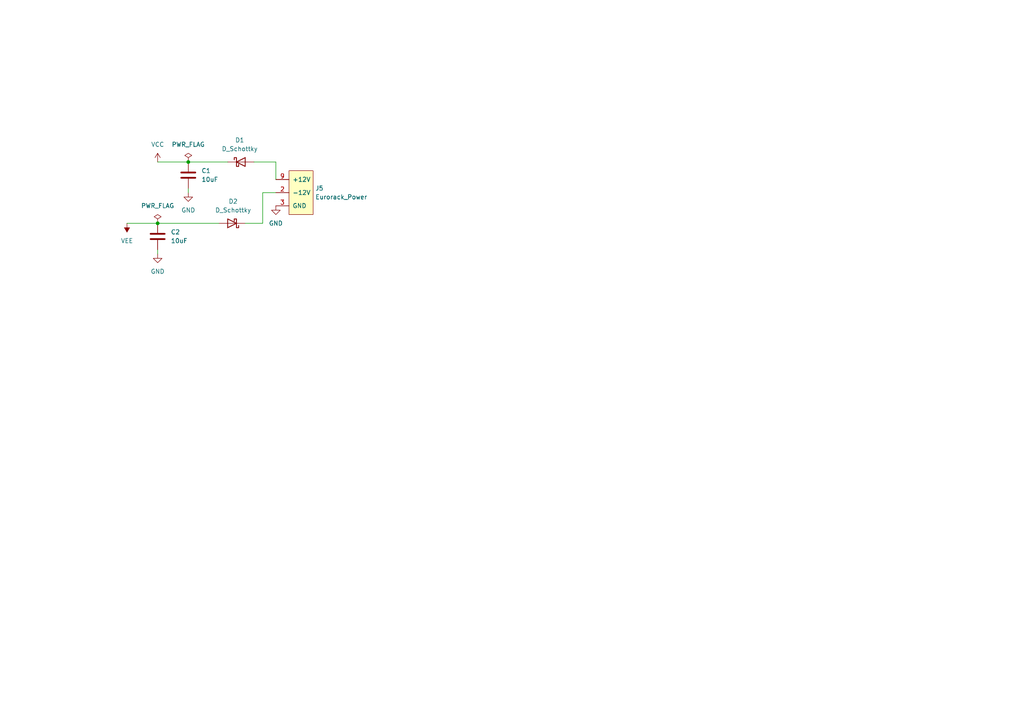
<source format=kicad_sch>
(kicad_sch (version 20230121) (generator eeschema)

  (uuid 22fa1edc-ca1b-49c1-b8e0-bb92bce1c434)

  (paper "A4")

  (lib_symbols
    (symbol "Device:C" (pin_numbers hide) (pin_names (offset 0.254)) (in_bom yes) (on_board yes)
      (property "Reference" "C" (at 0.635 2.54 0)
        (effects (font (size 1.27 1.27)) (justify left))
      )
      (property "Value" "C" (at 0.635 -2.54 0)
        (effects (font (size 1.27 1.27)) (justify left))
      )
      (property "Footprint" "" (at 0.9652 -3.81 0)
        (effects (font (size 1.27 1.27)) hide)
      )
      (property "Datasheet" "~" (at 0 0 0)
        (effects (font (size 1.27 1.27)) hide)
      )
      (property "ki_keywords" "cap capacitor" (at 0 0 0)
        (effects (font (size 1.27 1.27)) hide)
      )
      (property "ki_description" "Unpolarized capacitor" (at 0 0 0)
        (effects (font (size 1.27 1.27)) hide)
      )
      (property "ki_fp_filters" "C_*" (at 0 0 0)
        (effects (font (size 1.27 1.27)) hide)
      )
      (symbol "C_0_1"
        (polyline
          (pts
            (xy -2.032 -0.762)
            (xy 2.032 -0.762)
          )
          (stroke (width 0.508) (type default))
          (fill (type none))
        )
        (polyline
          (pts
            (xy -2.032 0.762)
            (xy 2.032 0.762)
          )
          (stroke (width 0.508) (type default))
          (fill (type none))
        )
      )
      (symbol "C_1_1"
        (pin passive line (at 0 3.81 270) (length 2.794)
          (name "~" (effects (font (size 1.27 1.27))))
          (number "1" (effects (font (size 1.27 1.27))))
        )
        (pin passive line (at 0 -3.81 90) (length 2.794)
          (name "~" (effects (font (size 1.27 1.27))))
          (number "2" (effects (font (size 1.27 1.27))))
        )
      )
    )
    (symbol "Device:D_Schottky" (pin_numbers hide) (pin_names (offset 1.016) hide) (in_bom yes) (on_board yes)
      (property "Reference" "D" (at 0 2.54 0)
        (effects (font (size 1.27 1.27)))
      )
      (property "Value" "D_Schottky" (at 0 -2.54 0)
        (effects (font (size 1.27 1.27)))
      )
      (property "Footprint" "" (at 0 0 0)
        (effects (font (size 1.27 1.27)) hide)
      )
      (property "Datasheet" "~" (at 0 0 0)
        (effects (font (size 1.27 1.27)) hide)
      )
      (property "ki_keywords" "diode Schottky" (at 0 0 0)
        (effects (font (size 1.27 1.27)) hide)
      )
      (property "ki_description" "Schottky diode" (at 0 0 0)
        (effects (font (size 1.27 1.27)) hide)
      )
      (property "ki_fp_filters" "TO-???* *_Diode_* *SingleDiode* D_*" (at 0 0 0)
        (effects (font (size 1.27 1.27)) hide)
      )
      (symbol "D_Schottky_0_1"
        (polyline
          (pts
            (xy 1.27 0)
            (xy -1.27 0)
          )
          (stroke (width 0) (type default))
          (fill (type none))
        )
        (polyline
          (pts
            (xy 1.27 1.27)
            (xy 1.27 -1.27)
            (xy -1.27 0)
            (xy 1.27 1.27)
          )
          (stroke (width 0.254) (type default))
          (fill (type none))
        )
        (polyline
          (pts
            (xy -1.905 0.635)
            (xy -1.905 1.27)
            (xy -1.27 1.27)
            (xy -1.27 -1.27)
            (xy -0.635 -1.27)
            (xy -0.635 -0.635)
          )
          (stroke (width 0.254) (type default))
          (fill (type none))
        )
      )
      (symbol "D_Schottky_1_1"
        (pin passive line (at -3.81 0 0) (length 2.54)
          (name "K" (effects (font (size 1.27 1.27))))
          (number "1" (effects (font (size 1.27 1.27))))
        )
        (pin passive line (at 3.81 0 180) (length 2.54)
          (name "A" (effects (font (size 1.27 1.27))))
          (number "2" (effects (font (size 1.27 1.27))))
        )
      )
    )
    (symbol "power:GND" (power) (pin_names (offset 0)) (in_bom yes) (on_board yes)
      (property "Reference" "#PWR" (at 0 -6.35 0)
        (effects (font (size 1.27 1.27)) hide)
      )
      (property "Value" "GND" (at 0 -3.81 0)
        (effects (font (size 1.27 1.27)))
      )
      (property "Footprint" "" (at 0 0 0)
        (effects (font (size 1.27 1.27)) hide)
      )
      (property "Datasheet" "" (at 0 0 0)
        (effects (font (size 1.27 1.27)) hide)
      )
      (property "ki_keywords" "global power" (at 0 0 0)
        (effects (font (size 1.27 1.27)) hide)
      )
      (property "ki_description" "Power symbol creates a global label with name \"GND\" , ground" (at 0 0 0)
        (effects (font (size 1.27 1.27)) hide)
      )
      (symbol "GND_0_1"
        (polyline
          (pts
            (xy 0 0)
            (xy 0 -1.27)
            (xy 1.27 -1.27)
            (xy 0 -2.54)
            (xy -1.27 -1.27)
            (xy 0 -1.27)
          )
          (stroke (width 0) (type default))
          (fill (type none))
        )
      )
      (symbol "GND_1_1"
        (pin power_in line (at 0 0 270) (length 0) hide
          (name "GND" (effects (font (size 1.27 1.27))))
          (number "1" (effects (font (size 1.27 1.27))))
        )
      )
    )
    (symbol "power:PWR_FLAG" (power) (pin_numbers hide) (pin_names (offset 0) hide) (in_bom yes) (on_board yes)
      (property "Reference" "#FLG" (at 0 1.905 0)
        (effects (font (size 1.27 1.27)) hide)
      )
      (property "Value" "PWR_FLAG" (at 0 3.81 0)
        (effects (font (size 1.27 1.27)))
      )
      (property "Footprint" "" (at 0 0 0)
        (effects (font (size 1.27 1.27)) hide)
      )
      (property "Datasheet" "~" (at 0 0 0)
        (effects (font (size 1.27 1.27)) hide)
      )
      (property "ki_keywords" "flag power" (at 0 0 0)
        (effects (font (size 1.27 1.27)) hide)
      )
      (property "ki_description" "Special symbol for telling ERC where power comes from" (at 0 0 0)
        (effects (font (size 1.27 1.27)) hide)
      )
      (symbol "PWR_FLAG_0_0"
        (pin power_out line (at 0 0 90) (length 0)
          (name "pwr" (effects (font (size 1.27 1.27))))
          (number "1" (effects (font (size 1.27 1.27))))
        )
      )
      (symbol "PWR_FLAG_0_1"
        (polyline
          (pts
            (xy 0 0)
            (xy 0 1.27)
            (xy -1.016 1.905)
            (xy 0 2.54)
            (xy 1.016 1.905)
            (xy 0 1.27)
          )
          (stroke (width 0) (type default))
          (fill (type none))
        )
      )
    )
    (symbol "power:VCC" (power) (pin_names (offset 0)) (in_bom yes) (on_board yes)
      (property "Reference" "#PWR" (at 0 -3.81 0)
        (effects (font (size 1.27 1.27)) hide)
      )
      (property "Value" "VCC" (at 0 3.81 0)
        (effects (font (size 1.27 1.27)))
      )
      (property "Footprint" "" (at 0 0 0)
        (effects (font (size 1.27 1.27)) hide)
      )
      (property "Datasheet" "" (at 0 0 0)
        (effects (font (size 1.27 1.27)) hide)
      )
      (property "ki_keywords" "global power" (at 0 0 0)
        (effects (font (size 1.27 1.27)) hide)
      )
      (property "ki_description" "Power symbol creates a global label with name \"VCC\"" (at 0 0 0)
        (effects (font (size 1.27 1.27)) hide)
      )
      (symbol "VCC_0_1"
        (polyline
          (pts
            (xy -0.762 1.27)
            (xy 0 2.54)
          )
          (stroke (width 0) (type default))
          (fill (type none))
        )
        (polyline
          (pts
            (xy 0 0)
            (xy 0 2.54)
          )
          (stroke (width 0) (type default))
          (fill (type none))
        )
        (polyline
          (pts
            (xy 0 2.54)
            (xy 0.762 1.27)
          )
          (stroke (width 0) (type default))
          (fill (type none))
        )
      )
      (symbol "VCC_1_1"
        (pin power_in line (at 0 0 90) (length 0) hide
          (name "VCC" (effects (font (size 1.27 1.27))))
          (number "1" (effects (font (size 1.27 1.27))))
        )
      )
    )
    (symbol "power:VEE" (power) (pin_names (offset 0)) (in_bom yes) (on_board yes)
      (property "Reference" "#PWR" (at 0 -3.81 0)
        (effects (font (size 1.27 1.27)) hide)
      )
      (property "Value" "VEE" (at 0 3.81 0)
        (effects (font (size 1.27 1.27)))
      )
      (property "Footprint" "" (at 0 0 0)
        (effects (font (size 1.27 1.27)) hide)
      )
      (property "Datasheet" "" (at 0 0 0)
        (effects (font (size 1.27 1.27)) hide)
      )
      (property "ki_keywords" "global power" (at 0 0 0)
        (effects (font (size 1.27 1.27)) hide)
      )
      (property "ki_description" "Power symbol creates a global label with name \"VEE\"" (at 0 0 0)
        (effects (font (size 1.27 1.27)) hide)
      )
      (symbol "VEE_0_1"
        (polyline
          (pts
            (xy 0 0)
            (xy 0 2.54)
          )
          (stroke (width 0) (type default))
          (fill (type none))
        )
        (polyline
          (pts
            (xy 0.762 1.27)
            (xy -0.762 1.27)
            (xy 0 2.54)
            (xy 0.762 1.27)
          )
          (stroke (width 0) (type default))
          (fill (type outline))
        )
      )
      (symbol "VEE_1_1"
        (pin power_in line (at 0 0 90) (length 0) hide
          (name "VEE" (effects (font (size 1.27 1.27))))
          (number "1" (effects (font (size 1.27 1.27))))
        )
      )
    )
    (symbol "winterbloom:Eurorack_Power" (pin_names (offset 1.016)) (in_bom yes) (on_board yes)
      (property "Reference" "J" (at -0.635 7.62 0)
        (effects (font (size 1.27 1.27)))
      )
      (property "Value" "Eurorack_Power" (at 0 -7.62 0)
        (effects (font (size 1.27 1.27)))
      )
      (property "Footprint" "winterbloom:Eurorack_Power_2x5_Shrouded_Lock" (at 0 11.43 0)
        (effects (font (size 1.27 1.27)) hide)
      )
      (property "Datasheet" "https://static6.arrow.com/aropdfconversion/1507f1621f4e67855dd466ebb3ac550d52564a9d/32302-sxx1.pdf" (at 0.635 -13.335 0)
        (effects (font (size 1.27 1.27)) hide)
      )
      (property "MPN" "302-S101" (at 0 13.97 0)
        (effects (font (size 1.27 1.27)) hide)
      )
      (property "ki_keywords" "eurorack power" (at 0 0 0)
        (effects (font (size 1.27 1.27)) hide)
      )
      (property "ki_description" "Shrouded, keyed, Eurorack power header, 02x05, 2.54mm spacing" (at 0 0 0)
        (effects (font (size 1.27 1.27)) hide)
      )
      (symbol "Eurorack_Power_0_1"
        (rectangle (start -3.175 6.35) (end 3.81 -6.35)
          (stroke (width 0) (type default))
          (fill (type background))
        )
      )
      (symbol "Eurorack_Power_1_1"
        (pin power_out line (at 7.62 0 180) (length 3.81) hide
          (name "-12V" (effects (font (size 1.27 1.27))))
          (number "1" (effects (font (size 1.27 1.27))))
        )
        (pin passive line (at 7.62 3.81 180) (length 3.81) hide
          (name "+12V" (effects (font (size 1.27 1.27))))
          (number "10" (effects (font (size 1.27 1.27))))
        )
        (pin passive line (at 7.62 0 180) (length 3.81)
          (name "-12V" (effects (font (size 1.27 1.27))))
          (number "2" (effects (font (size 1.27 1.27))))
        )
        (pin power_out line (at 7.62 -3.81 180) (length 3.81)
          (name "GND" (effects (font (size 1.27 1.27))))
          (number "3" (effects (font (size 1.27 1.27))))
        )
        (pin passive line (at 7.62 -3.81 180) (length 3.81) hide
          (name "GND" (effects (font (size 1.27 1.27))))
          (number "4" (effects (font (size 1.27 1.27))))
        )
        (pin passive line (at 7.62 -3.81 180) (length 3.81) hide
          (name "GND" (effects (font (size 1.27 1.27))))
          (number "5" (effects (font (size 1.27 1.27))))
        )
        (pin passive line (at 7.62 -3.81 180) (length 3.81) hide
          (name "GND" (effects (font (size 1.27 1.27))))
          (number "6" (effects (font (size 1.27 1.27))))
        )
        (pin passive line (at 7.62 -3.81 180) (length 3.81) hide
          (name "GND" (effects (font (size 1.27 1.27))))
          (number "7" (effects (font (size 1.27 1.27))))
        )
        (pin passive line (at 7.62 -3.81 180) (length 3.81) hide
          (name "GND" (effects (font (size 1.27 1.27))))
          (number "8" (effects (font (size 1.27 1.27))))
        )
        (pin power_out line (at 7.62 3.81 180) (length 3.81)
          (name "+12V" (effects (font (size 1.27 1.27))))
          (number "9" (effects (font (size 1.27 1.27))))
        )
      )
    )
  )

  (junction (at 54.61 46.99) (diameter 0) (color 0 0 0 0)
    (uuid 794f2067-45cc-46a2-a26d-42204158fd94)
  )
  (junction (at 45.72 64.77) (diameter 0) (color 0 0 0 0)
    (uuid ae74105a-ea02-4b1c-8a36-0079070be8f5)
  )

  (wire (pts (xy 76.2 55.88) (xy 80.01 55.88))
    (stroke (width 0) (type default))
    (uuid 11e35c41-008b-43bc-a76d-6f1974d31bff)
  )
  (wire (pts (xy 80.01 46.99) (xy 73.66 46.99))
    (stroke (width 0) (type default))
    (uuid 2a6ee9b2-de0d-4fc4-aa2d-7a227285fae8)
  )
  (wire (pts (xy 80.01 46.99) (xy 80.01 52.07))
    (stroke (width 0) (type default))
    (uuid 41f390ba-79e1-4f3f-98ff-c90394e7d454)
  )
  (wire (pts (xy 45.72 46.99) (xy 54.61 46.99))
    (stroke (width 0) (type default))
    (uuid 480cee18-a7c9-4e50-8d24-39ca40786261)
  )
  (wire (pts (xy 66.04 46.99) (xy 54.61 46.99))
    (stroke (width 0) (type default))
    (uuid 4ebbf9fc-c103-4e7e-b707-72c98d27b59f)
  )
  (wire (pts (xy 71.12 64.77) (xy 76.2 64.77))
    (stroke (width 0) (type default))
    (uuid 5202d127-53f3-498a-b86a-8d0b9d8dbfd5)
  )
  (wire (pts (xy 76.2 64.77) (xy 76.2 55.88))
    (stroke (width 0) (type default))
    (uuid 64dab466-0ae9-487b-8cbf-660094f96d85)
  )
  (wire (pts (xy 54.61 55.88) (xy 54.61 54.61))
    (stroke (width 0) (type default))
    (uuid 70267775-178e-42d0-8e82-df0ce04c4428)
  )
  (wire (pts (xy 45.72 73.66) (xy 45.72 72.39))
    (stroke (width 0) (type default))
    (uuid 83c14c46-d309-41ad-a53b-3ac303ab946e)
  )
  (wire (pts (xy 45.72 64.77) (xy 63.5 64.77))
    (stroke (width 0) (type default))
    (uuid 8540ce9b-c53d-4fb5-8d2a-4c4772cab60d)
  )
  (wire (pts (xy 36.83 64.77) (xy 45.72 64.77))
    (stroke (width 0) (type default))
    (uuid f82b5757-433c-4082-90b9-e73b3c3e4a8a)
  )

  (symbol (lib_id "Device:C") (at 45.72 68.58 0) (unit 1)
    (in_bom yes) (on_board yes) (dnp no) (fields_autoplaced)
    (uuid 18c74d39-fe6c-47d6-9a4a-a3e73e8ea64c)
    (property "Reference" "C2" (at 49.53 67.31 0)
      (effects (font (size 1.27 1.27)) (justify left))
    )
    (property "Value" "10uF" (at 49.53 69.85 0)
      (effects (font (size 1.27 1.27)) (justify left))
    )
    (property "Footprint" "Capacitor_SMD:C_0805_2012Metric_Pad1.18x1.45mm_HandSolder" (at 46.6852 72.39 0)
      (effects (font (size 1.27 1.27)) hide)
    )
    (property "Datasheet" "~" (at 45.72 68.58 0)
      (effects (font (size 1.27 1.27)) hide)
    )
    (pin "1" (uuid ecedc2cd-e0b6-4504-9462-1274e6f20ed9))
    (pin "2" (uuid c0605000-7b8e-44fa-9fe1-5075a4cd4332))
    (instances
      (project "mult"
        (path "/0e98ec4b-b4c7-447c-abd7-a761177a7f67/8c1e2838-0bf6-4b12-a1e6-2b9765075731"
          (reference "C2") (unit 1)
        )
      )
    )
  )

  (symbol (lib_id "power:PWR_FLAG") (at 45.72 64.77 0) (unit 1)
    (in_bom yes) (on_board yes) (dnp no) (fields_autoplaced)
    (uuid 281c9980-8913-4b7b-922a-3ee39479607f)
    (property "Reference" "#FLG02" (at 45.72 62.865 0)
      (effects (font (size 1.27 1.27)) hide)
    )
    (property "Value" "PWR_FLAG" (at 45.72 59.69 0)
      (effects (font (size 1.27 1.27)))
    )
    (property "Footprint" "" (at 45.72 64.77 0)
      (effects (font (size 1.27 1.27)) hide)
    )
    (property "Datasheet" "~" (at 45.72 64.77 0)
      (effects (font (size 1.27 1.27)) hide)
    )
    (pin "1" (uuid 1d0c9fb5-d90e-434c-be51-60ca2b7a678c))
    (instances
      (project "mult"
        (path "/0e98ec4b-b4c7-447c-abd7-a761177a7f67/8c1e2838-0bf6-4b12-a1e6-2b9765075731"
          (reference "#FLG02") (unit 1)
        )
      )
    )
  )

  (symbol (lib_id "Device:D_Schottky") (at 69.85 46.99 0) (unit 1)
    (in_bom yes) (on_board yes) (dnp no) (fields_autoplaced)
    (uuid 2e48e996-5e6f-4964-8174-b61e651d1d71)
    (property "Reference" "D1" (at 69.5325 40.64 0)
      (effects (font (size 1.27 1.27)))
    )
    (property "Value" "D_Schottky" (at 69.5325 43.18 0)
      (effects (font (size 1.27 1.27)))
    )
    (property "Footprint" "Diode_SMD:D_SOD-123" (at 69.85 46.99 0)
      (effects (font (size 1.27 1.27)) hide)
    )
    (property "Datasheet" "~" (at 69.85 46.99 0)
      (effects (font (size 1.27 1.27)) hide)
    )
    (pin "1" (uuid e3d2db54-dfd4-442a-b59f-ba3cecb67d43))
    (pin "2" (uuid 28e9933a-f31a-4cd7-b27a-5dd45b8d5c75))
    (instances
      (project "mult"
        (path "/0e98ec4b-b4c7-447c-abd7-a761177a7f67/8c1e2838-0bf6-4b12-a1e6-2b9765075731"
          (reference "D1") (unit 1)
        )
      )
    )
  )

  (symbol (lib_id "power:VCC") (at 45.72 46.99 0) (unit 1)
    (in_bom yes) (on_board yes) (dnp no) (fields_autoplaced)
    (uuid 3ad1783e-ad69-4bde-94ea-51cffffec30f)
    (property "Reference" "#PWR056" (at 45.72 50.8 0)
      (effects (font (size 1.27 1.27)) hide)
    )
    (property "Value" "VCC" (at 45.72 41.91 0)
      (effects (font (size 1.27 1.27)))
    )
    (property "Footprint" "" (at 45.72 46.99 0)
      (effects (font (size 1.27 1.27)) hide)
    )
    (property "Datasheet" "" (at 45.72 46.99 0)
      (effects (font (size 1.27 1.27)) hide)
    )
    (pin "1" (uuid 7e4ae911-6abf-4a15-9af7-de8fac6c52bd))
    (instances
      (project "mult"
        (path "/0e98ec4b-b4c7-447c-abd7-a761177a7f67"
          (reference "#PWR056") (unit 1)
        )
        (path "/0e98ec4b-b4c7-447c-abd7-a761177a7f67/8c1e2838-0bf6-4b12-a1e6-2b9765075731"
          (reference "#PWR010") (unit 1)
        )
      )
    )
  )

  (symbol (lib_id "Device:C") (at 54.61 50.8 0) (unit 1)
    (in_bom yes) (on_board yes) (dnp no) (fields_autoplaced)
    (uuid 49b16017-34ee-4a7d-85a1-a6bc26816649)
    (property "Reference" "C1" (at 58.42 49.53 0)
      (effects (font (size 1.27 1.27)) (justify left))
    )
    (property "Value" "10uF" (at 58.42 52.07 0)
      (effects (font (size 1.27 1.27)) (justify left))
    )
    (property "Footprint" "Capacitor_SMD:C_0805_2012Metric_Pad1.18x1.45mm_HandSolder" (at 55.5752 54.61 0)
      (effects (font (size 1.27 1.27)) hide)
    )
    (property "Datasheet" "~" (at 54.61 50.8 0)
      (effects (font (size 1.27 1.27)) hide)
    )
    (pin "1" (uuid c19d920c-6d48-4123-a031-8ee668b3fb49))
    (pin "2" (uuid 405c73f1-a07c-469e-83a3-84e45b2686c0))
    (instances
      (project "mult"
        (path "/0e98ec4b-b4c7-447c-abd7-a761177a7f67/8c1e2838-0bf6-4b12-a1e6-2b9765075731"
          (reference "C1") (unit 1)
        )
      )
    )
  )

  (symbol (lib_id "power:VEE") (at 36.83 64.77 180) (unit 1)
    (in_bom yes) (on_board yes) (dnp no) (fields_autoplaced)
    (uuid 53e86474-6931-4889-90f2-7ac89a04724e)
    (property "Reference" "#PWR055" (at 36.83 60.96 0)
      (effects (font (size 1.27 1.27)) hide)
    )
    (property "Value" "VEE" (at 36.83 69.85 0)
      (effects (font (size 1.27 1.27)))
    )
    (property "Footprint" "" (at 36.83 64.77 0)
      (effects (font (size 1.27 1.27)) hide)
    )
    (property "Datasheet" "" (at 36.83 64.77 0)
      (effects (font (size 1.27 1.27)) hide)
    )
    (pin "1" (uuid 13e1dba5-6bfa-4241-8ab5-5e51621fae31))
    (instances
      (project "mult"
        (path "/0e98ec4b-b4c7-447c-abd7-a761177a7f67"
          (reference "#PWR055") (unit 1)
        )
        (path "/0e98ec4b-b4c7-447c-abd7-a761177a7f67/8c1e2838-0bf6-4b12-a1e6-2b9765075731"
          (reference "#PWR055") (unit 1)
        )
      )
    )
  )

  (symbol (lib_id "Device:D_Schottky") (at 67.31 64.77 180) (unit 1)
    (in_bom yes) (on_board yes) (dnp no) (fields_autoplaced)
    (uuid 8bb7d42d-9566-4644-ab0c-b551c965490d)
    (property "Reference" "D2" (at 67.6275 58.42 0)
      (effects (font (size 1.27 1.27)))
    )
    (property "Value" "D_Schottky" (at 67.6275 60.96 0)
      (effects (font (size 1.27 1.27)))
    )
    (property "Footprint" "Diode_SMD:D_SOD-123" (at 67.31 64.77 0)
      (effects (font (size 1.27 1.27)) hide)
    )
    (property "Datasheet" "~" (at 67.31 64.77 0)
      (effects (font (size 1.27 1.27)) hide)
    )
    (pin "1" (uuid 7b139845-953a-4fd5-add0-6345243d2286))
    (pin "2" (uuid fd97c40a-ba68-40b5-a42d-b0cb3e8d0f85))
    (instances
      (project "mult"
        (path "/0e98ec4b-b4c7-447c-abd7-a761177a7f67/8c1e2838-0bf6-4b12-a1e6-2b9765075731"
          (reference "D2") (unit 1)
        )
      )
    )
  )

  (symbol (lib_id "power:GND") (at 80.01 59.69 0) (unit 1)
    (in_bom yes) (on_board yes) (dnp no) (fields_autoplaced)
    (uuid 938a5b1f-3c5c-4169-8947-955915c89634)
    (property "Reference" "#PWR010" (at 80.01 66.04 0)
      (effects (font (size 1.27 1.27)) hide)
    )
    (property "Value" "GND" (at 80.01 64.77 0)
      (effects (font (size 1.27 1.27)))
    )
    (property "Footprint" "" (at 80.01 59.69 0)
      (effects (font (size 1.27 1.27)) hide)
    )
    (property "Datasheet" "" (at 80.01 59.69 0)
      (effects (font (size 1.27 1.27)) hide)
    )
    (pin "1" (uuid 02ce6416-15ef-4823-8a43-a03e2097f390))
    (instances
      (project "mult"
        (path "/0e98ec4b-b4c7-447c-abd7-a761177a7f67"
          (reference "#PWR010") (unit 1)
        )
        (path "/0e98ec4b-b4c7-447c-abd7-a761177a7f67/8c1e2838-0bf6-4b12-a1e6-2b9765075731"
          (reference "#PWR056") (unit 1)
        )
      )
    )
  )

  (symbol (lib_id "winterbloom:Eurorack_Power") (at 87.63 55.88 0) (mirror y) (unit 1)
    (in_bom yes) (on_board yes) (dnp no) (fields_autoplaced)
    (uuid 958e6f69-075b-463e-8725-0ec8e60c9dd1)
    (property "Reference" "J5" (at 91.44 54.61 0)
      (effects (font (size 1.27 1.27)) (justify right))
    )
    (property "Value" "Eurorack_Power" (at 91.44 57.15 0)
      (effects (font (size 1.27 1.27)) (justify right))
    )
    (property "Footprint" "winterbloom:Eurorack_Power_2x5_Shrouded_Lock" (at 87.63 44.45 0)
      (effects (font (size 1.27 1.27)) hide)
    )
    (property "Datasheet" "https://static6.arrow.com/aropdfconversion/1507f1621f4e67855dd466ebb3ac550d52564a9d/32302-sxx1.pdf" (at 86.995 69.215 0)
      (effects (font (size 1.27 1.27)) hide)
    )
    (property "MPN" "302-S101" (at 87.63 41.91 0)
      (effects (font (size 1.27 1.27)) hide)
    )
    (pin "1" (uuid 8a0fcb5c-e734-4eee-9fdd-6beea2e8e4e3))
    (pin "10" (uuid b6266b07-ad56-48df-8bb1-cf953e0b2ef6))
    (pin "2" (uuid df9e4875-2386-4740-8793-0ce049144b7e))
    (pin "3" (uuid d8406318-2899-4f68-bc4e-110974acc6a1))
    (pin "4" (uuid 75385a99-158f-4ad9-b2ce-6684901d6c43))
    (pin "5" (uuid 2408d405-e558-43b7-a81a-f700007130ee))
    (pin "6" (uuid 3efd1fc6-82b1-4749-a7f8-e909f4d213fa))
    (pin "7" (uuid 540ecdc8-9a4f-4b9d-8250-24a7a823e477))
    (pin "8" (uuid 82db7667-0d6f-4d0b-8d0a-b0fcd32c02f7))
    (pin "9" (uuid 77c533ba-9b83-4006-bab4-1f6cf3277245))
    (instances
      (project "mult"
        (path "/0e98ec4b-b4c7-447c-abd7-a761177a7f67"
          (reference "J5") (unit 1)
        )
        (path "/0e98ec4b-b4c7-447c-abd7-a761177a7f67/8c1e2838-0bf6-4b12-a1e6-2b9765075731"
          (reference "J1") (unit 1)
        )
      )
    )
  )

  (symbol (lib_id "power:GND") (at 54.61 55.88 0) (unit 1)
    (in_bom yes) (on_board yes) (dnp no) (fields_autoplaced)
    (uuid c276d1c7-f29e-4ee2-afb6-9e5e18ac0f60)
    (property "Reference" "#PWR057" (at 54.61 62.23 0)
      (effects (font (size 1.27 1.27)) hide)
    )
    (property "Value" "GND" (at 54.61 60.96 0)
      (effects (font (size 1.27 1.27)))
    )
    (property "Footprint" "" (at 54.61 55.88 0)
      (effects (font (size 1.27 1.27)) hide)
    )
    (property "Datasheet" "" (at 54.61 55.88 0)
      (effects (font (size 1.27 1.27)) hide)
    )
    (pin "1" (uuid f984e228-e15d-4d17-89a1-0d60bcd0ea1a))
    (instances
      (project "mult"
        (path "/0e98ec4b-b4c7-447c-abd7-a761177a7f67/8c1e2838-0bf6-4b12-a1e6-2b9765075731"
          (reference "#PWR057") (unit 1)
        )
      )
    )
  )

  (symbol (lib_id "power:PWR_FLAG") (at 54.61 46.99 0) (unit 1)
    (in_bom yes) (on_board yes) (dnp no) (fields_autoplaced)
    (uuid db410447-1891-4466-a6ba-b11dc82902eb)
    (property "Reference" "#FLG01" (at 54.61 45.085 0)
      (effects (font (size 1.27 1.27)) hide)
    )
    (property "Value" "PWR_FLAG" (at 54.61 41.91 0)
      (effects (font (size 1.27 1.27)))
    )
    (property "Footprint" "" (at 54.61 46.99 0)
      (effects (font (size 1.27 1.27)) hide)
    )
    (property "Datasheet" "~" (at 54.61 46.99 0)
      (effects (font (size 1.27 1.27)) hide)
    )
    (pin "1" (uuid 9eb07807-7569-4964-a927-a870e6a68ea9))
    (instances
      (project "mult"
        (path "/0e98ec4b-b4c7-447c-abd7-a761177a7f67/8c1e2838-0bf6-4b12-a1e6-2b9765075731"
          (reference "#FLG01") (unit 1)
        )
      )
    )
  )

  (symbol (lib_id "power:GND") (at 45.72 73.66 0) (unit 1)
    (in_bom yes) (on_board yes) (dnp no) (fields_autoplaced)
    (uuid e1f6b4d3-fe9b-4c74-832e-699823739e4b)
    (property "Reference" "#PWR058" (at 45.72 80.01 0)
      (effects (font (size 1.27 1.27)) hide)
    )
    (property "Value" "GND" (at 45.72 78.74 0)
      (effects (font (size 1.27 1.27)))
    )
    (property "Footprint" "" (at 45.72 73.66 0)
      (effects (font (size 1.27 1.27)) hide)
    )
    (property "Datasheet" "" (at 45.72 73.66 0)
      (effects (font (size 1.27 1.27)) hide)
    )
    (pin "1" (uuid 33c19498-8175-4578-98cf-aec7c5533bd3))
    (instances
      (project "mult"
        (path "/0e98ec4b-b4c7-447c-abd7-a761177a7f67/8c1e2838-0bf6-4b12-a1e6-2b9765075731"
          (reference "#PWR058") (unit 1)
        )
      )
    )
  )
)

</source>
